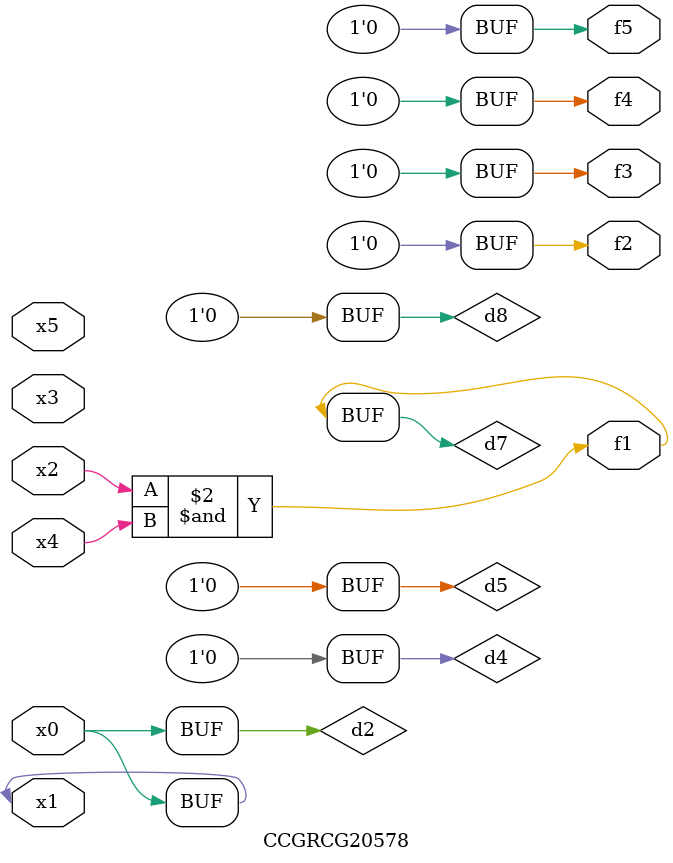
<source format=v>
module CCGRCG20578(
	input x0, x1, x2, x3, x4, x5,
	output f1, f2, f3, f4, f5
);

	wire d1, d2, d3, d4, d5, d6, d7, d8, d9;

	nand (d1, x1);
	buf (d2, x0, x1);
	nand (d3, x2, x4);
	and (d4, d1, d2);
	and (d5, d1, d2);
	nand (d6, d1, d3);
	not (d7, d3);
	xor (d8, d5);
	nor (d9, d5, d6);
	assign f1 = d7;
	assign f2 = d8;
	assign f3 = d8;
	assign f4 = d8;
	assign f5 = d8;
endmodule

</source>
